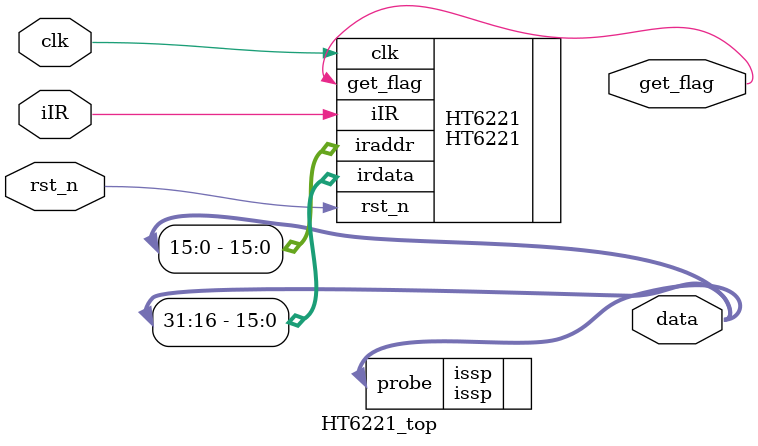
<source format=v>
module HT6221_top(
	
	
	clk,
	rst_n,
	
	iIR,
	get_flag,
	data
);
	input clk;
	input rst_n;
	input iIR;
	
	output [31:0]data;
	output get_flag;

	HT6221 HT6221(
		.clk(clk),
		.rst_n(rst_n),
		.iIR(iIR),
		.irdata(data[31:16]),
		.iraddr(data[15:0]),
		.get_flag(get_flag)
	);
	
	issp issp (
		.probe(data)  // probes.probe
	);


endmodule
</source>
